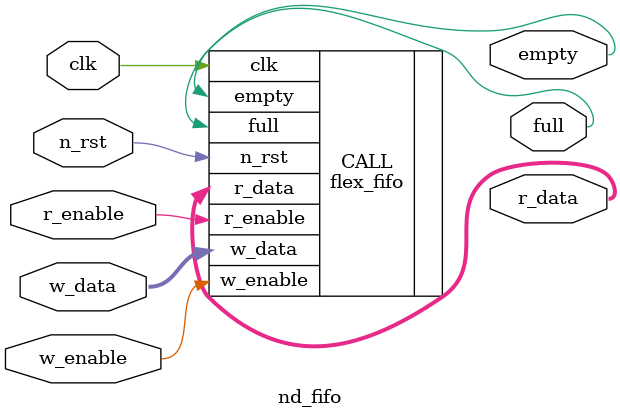
<source format=sv>

module nd_fifo (
		  input wire 	   clk,
		  input wire 	   n_rst,
		  input wire 	   r_enable,
		  input wire 	   w_enable,
		  input wire [7:0] w_data,
		  output wire [7:0] r_data,
		  output wire 	   empty,
		  output wire 	   full
		  );

   flex_fifo #(8,200,8) CALL(
		       .clk(clk),
		       .n_rst(n_rst),
		       .r_enable(r_enable),
		       .w_enable(w_enable),
		       .w_data(w_data),
		       .r_data(r_data),
		       .empty(empty),
		       .full(full)
		       );
endmodule // nondata_fifo

</source>
